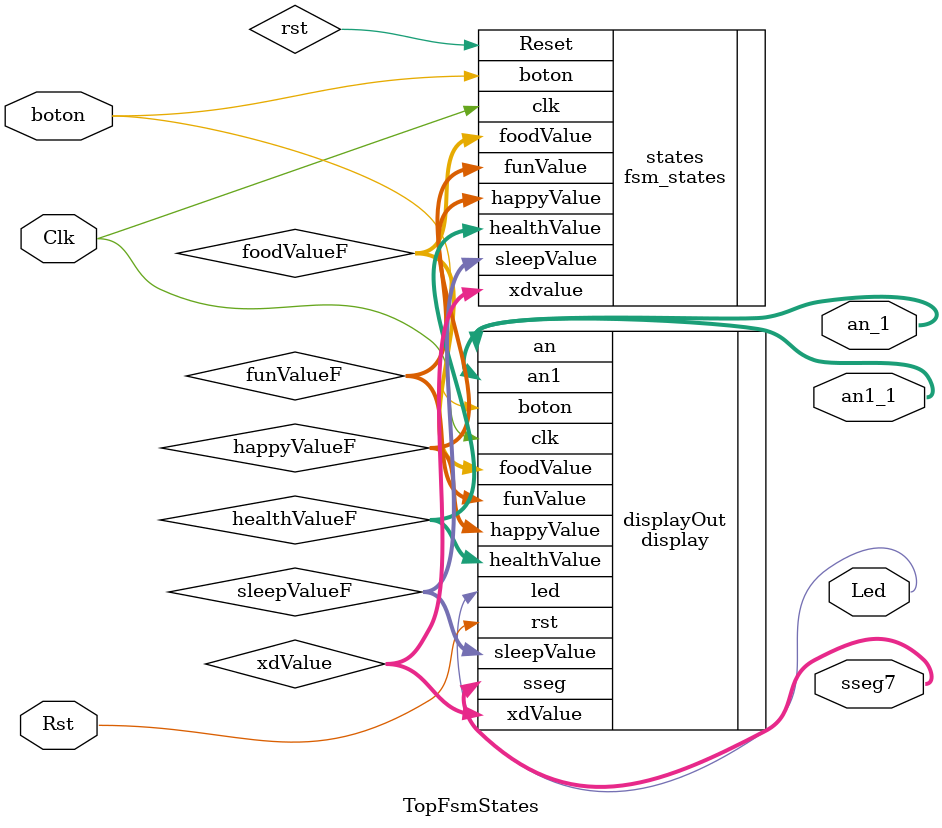
<source format=v>
`timescale 1ns / 1ps

module TopFsmStates(
    input Clk,
    input Rst,
	 input boton,
	 output [0:6] sseg7,
	 output [2:0] an_1,
	 output [2:0] an1_1,
	 output Led
    );

	 wire [2:0] foodValueF;
	 wire [2:0] sleepValueF;
	 wire [2:0] funValueF;
	 wire [2:0] happyValueF;
	 wire [2:0] healthValueF;
	 wire [2:0] xdValue;
	  
display displayOut(
	 .clk(Clk), 
	 .rst(Rst), 
	 .boton(boton),
	 .sseg(sseg7), 
	 .an(an_1), 
	 .an1(an1_1), 
	 .led(Led),
	 .foodValue(foodValueF),
	 .sleepValue(sleepValueF),
	 .funValue(funValueF),
	 .happyValue(happyValueF),
	 .healthValue(healthValueF),
	 .xdValue(xdValue)
	 );

fsm_states states(
	.clk(Clk), 
	.Reset(rst),
	.boton(boton),
	.foodValue(foodValueF),
    .sleepValue(sleepValueF),
    .funValue(funValueF),
    .happyValue(happyValueF),
    .healthValue(healthValueF),
	 .xdvalue(xdValue)
	);
endmodule
</source>
